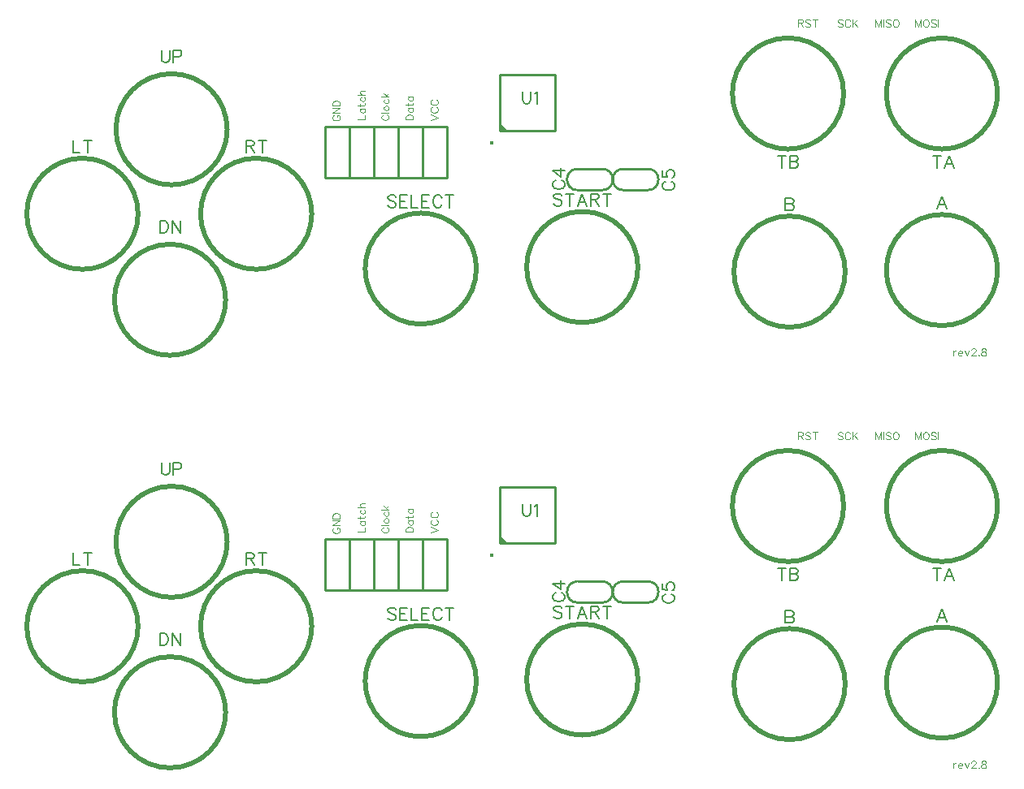
<source format=gto>
G04 DipTrace 3.3.1.3*
G04 top_silk_dendy_gamepad_Remastered_rev2.8.gto*
%MOMM*%
G04 #@! TF.FileFunction,Legend,Top*
G04 #@! TF.Part,Single*
%ADD10C,0.25*%
%ADD14C,0.5*%
%ADD21C,0.11767*%
%ADD29O,0.42013X0.41691*%
%ADD52C,0.19608*%
%FSLAX35Y35*%
G04*
G71*
G90*
G75*
G01*
G04 TopSilk*
%LPD*%
X10668830Y2651087D2*
D14*
G02X10668830Y2651087I0J-579437D01*
G01*
X9081263Y1476340D2*
G02X9081263Y1476340I0J579437D01*
G01*
X7128133Y3127462D2*
D10*
X6874101D1*
X7128133Y2905212D2*
X6874101D1*
Y3127462D2*
G03X6874101Y2905212I16J-111125D01*
G01*
X7128133D2*
G03X7128133Y3127462I-16J111125D01*
G01*
X7604436Y3127482D2*
X7350404D1*
X7604436Y2905232D2*
X7350404D1*
Y3127482D2*
G03X7350404Y2905232I16J-111125D01*
G01*
X7604436D2*
G03X7604436Y3127482I-16J111125D01*
G01*
X2047913Y1762007D2*
D14*
G02X2047913Y1762007I579437J0D01*
G01*
X1714390Y3238523D2*
G02X1714390Y3238523I0J-579437D01*
G01*
X3524430Y2079653D2*
G02X3524430Y2079653I0J579437D01*
G01*
X5239110Y1508093D2*
G02X5239110Y1508093I0J579437D01*
G01*
X6921937Y2682840D2*
G02X6921937Y2682840I0J-579437D01*
G01*
X10668830Y4492780D2*
G02X10668830Y4492780I0J-579437D01*
G01*
X9065287D2*
G02X9065287Y4492780I0J-579437D01*
G01*
X6059677Y3527380D2*
D10*
Y4107413D1*
X6639710D1*
Y3527380D1*
X6059677D1*
D29*
X5980582Y3396251D3*
G36*
X6059677Y3527380D2*
X6139630D1*
X6059677Y3607440D1*
Y3527380D1*
G37*
X3222660Y3540293D2*
D14*
G02X3222660Y3540293I-579437J0D01*
G01*
X4238837Y3572020D2*
D10*
X5508970D1*
Y3032213D1*
X4238837D1*
Y3572020D1*
X4492863D2*
Y3032213D1*
X4746890Y3572020D2*
Y3032213D1*
X5000917Y3572020D2*
Y3032213D1*
X5254943Y3572020D2*
Y3048090D1*
X10785677Y1228730D2*
D21*
Y1177687D1*
Y1206830D2*
X10789383Y1217780D1*
X10796627Y1225107D1*
X10803953Y1228730D1*
X10814903D1*
X10838433Y1206830D2*
X10882150D1*
Y1214157D1*
X10878527Y1221487D1*
X10874907Y1225107D1*
X10867577Y1228730D1*
X10856627D1*
X10849383Y1225107D1*
X10842057Y1217780D1*
X10838433Y1206830D1*
Y1199587D1*
X10842057Y1188637D1*
X10849383Y1181393D1*
X10856627Y1177687D1*
X10867577D1*
X10874907Y1181393D1*
X10882150Y1188637D1*
X10905680Y1228730D2*
X10927577Y1177687D1*
X10949393Y1228730D1*
X10976630Y1235973D2*
Y1239597D1*
X10980250Y1246923D1*
X10983873Y1250547D1*
X10991200Y1254167D1*
X11005773D1*
X11013017Y1250547D1*
X11016640Y1246923D1*
X11020347Y1239597D1*
Y1232353D1*
X11016640Y1225023D1*
X11009397Y1214157D1*
X10972923Y1177687D1*
X11023967D1*
X11051120Y1185013D2*
X11047497Y1181307D1*
X11051120Y1177687D1*
X11054827Y1181307D1*
X11051120Y1185013D1*
X11096547Y1254167D2*
X11085683Y1250547D1*
X11081977Y1243303D1*
Y1235973D1*
X11085683Y1228730D1*
X11092927Y1225023D1*
X11107497Y1221403D1*
X11118447Y1217780D1*
X11125693Y1210453D1*
X11129313Y1203207D1*
Y1192257D1*
X11125693Y1185013D1*
X11122070Y1181307D1*
X11111120Y1177687D1*
X11096547D1*
X11085683Y1181307D1*
X11081977Y1185013D1*
X11078353Y1192257D1*
Y1203207D1*
X11081977Y1210453D1*
X11089303Y1217780D1*
X11100170Y1221403D1*
X11114743Y1225023D1*
X11122070Y1228730D1*
X11125693Y1235973D1*
Y1243303D1*
X11122070Y1250547D1*
X11111120Y1254167D1*
X11096547D1*
X10717473Y2709464D2*
D52*
X10668760Y2837073D1*
X10620187Y2709464D1*
X10638437Y2752000D2*
X10699223D1*
X9038727Y2821200D2*
Y2693590D1*
X9093477D1*
X9111727Y2699767D1*
X9117763Y2705804D1*
X9123800Y2717877D1*
Y2736127D1*
X9117763Y2748340D1*
X9111727Y2754377D1*
X9093477Y2760413D1*
X9111727Y2766590D1*
X9117763Y2772627D1*
X9123800Y2784700D1*
Y2796913D1*
X9117763Y2808986D1*
X9111727Y2815163D1*
X9093477Y2821200D1*
X9038727D1*
Y2760413D2*
X9093477D1*
X6643442Y3007212D2*
X6631369Y3001176D1*
X6619155Y2988962D1*
X6613118Y2976889D1*
Y2952603D1*
X6619155Y2940389D1*
X6631368Y2928316D1*
X6643441Y2922139D1*
X6661691Y2916103D1*
X6692155D1*
X6710265Y2922139D1*
X6722478Y2928316D1*
X6734551Y2940389D1*
X6740728Y2952603D1*
Y2976889D1*
X6734551Y2988962D1*
X6722478Y3001176D1*
X6710265Y3007212D1*
X6740728Y3107214D2*
X6613259Y3107215D1*
X6698192Y3046428D1*
Y3137538D1*
X7786565Y2994374D2*
X7774492Y2988337D1*
X7762278Y2976124D1*
X7756242Y2964051D1*
Y2939764D1*
X7762278Y2927551D1*
X7774492Y2915478D1*
X7786565Y2909301D1*
X7804815Y2903264D1*
X7835278D1*
X7853388Y2909301D1*
X7865601Y2915478D1*
X7877675Y2927551D1*
X7883851Y2939764D1*
Y2964051D1*
X7877675Y2976124D1*
X7865601Y2988337D1*
X7853388Y2994374D1*
X7756382Y3106449D2*
Y3045803D1*
X7810992Y3039767D1*
X7804955Y3045803D1*
X7798778Y3064053D1*
Y3082163D1*
X7804955Y3100413D1*
X7817028Y3112626D1*
X7835278Y3118663D1*
X7847351D1*
X7865601Y3112626D1*
X7877815Y3100413D1*
X7883851Y3082163D1*
Y3064053D1*
X7877815Y3045803D1*
X7871638Y3039766D1*
X7859565Y3033590D1*
X2522669Y2587743D2*
Y2460134D1*
X2565206D1*
X2583456Y2466311D1*
X2595669Y2478384D1*
X2601706Y2490597D1*
X2607742Y2508707D1*
Y2539170D1*
X2601706Y2557420D1*
X2595669Y2569493D1*
X2583456Y2581707D1*
X2565206Y2587743D1*
X2522669D1*
X2732031D2*
Y2460134D1*
X2646958Y2587743D1*
Y2460134D1*
X1615816Y3424510D2*
Y3296900D1*
X1688675D1*
X1770428Y3424510D2*
Y3296900D1*
X1727891Y3424510D2*
X1812964D1*
X3419749Y3363727D2*
X3474359D1*
X3492609Y3369904D1*
X3498786Y3375940D1*
X3504822Y3388013D1*
Y3400227D1*
X3498786Y3412300D1*
X3492609Y3418477D1*
X3474359Y3424513D1*
X3419749D1*
Y3296904D1*
X3462286Y3363727D2*
X3504822Y3296904D1*
X3586574Y3424513D2*
Y3296904D1*
X3544038Y3424513D2*
X3629111D1*
X4980190Y2834703D2*
X4968117Y2846917D1*
X4949867Y2852953D1*
X4925580D1*
X4907330Y2846917D1*
X4895117Y2834703D1*
Y2822630D1*
X4901294Y2810417D1*
X4907330Y2804380D1*
X4919403Y2798344D1*
X4955903Y2786130D1*
X4968117Y2780094D1*
X4974153Y2773917D1*
X4980190Y2761844D1*
Y2743594D1*
X4968117Y2731521D1*
X4949867Y2725344D1*
X4925580D1*
X4907330Y2731521D1*
X4895117Y2743594D1*
X5098302Y2852953D2*
X5019406D1*
Y2725344D1*
X5098302D1*
X5019406Y2792167D2*
X5067979D1*
X5137518Y2852953D2*
Y2725344D1*
X5210377D1*
X5328489Y2852953D2*
X5249593D1*
Y2725344D1*
X5328489D1*
X5249593Y2792167D2*
X5298166D1*
X5458814Y2822630D2*
X5452778Y2834703D1*
X5440564Y2846917D1*
X5428491Y2852953D1*
X5404205D1*
X5391991Y2846917D1*
X5379918Y2834703D1*
X5373741Y2822630D1*
X5367705Y2804380D1*
Y2773917D1*
X5373741Y2755807D1*
X5379918Y2743594D1*
X5391991Y2731521D1*
X5404205Y2725344D1*
X5428491D1*
X5440564Y2731521D1*
X5452778Y2743594D1*
X5458814Y2755807D1*
X5540567Y2852953D2*
Y2725344D1*
X5498030Y2852953D2*
X5583103D1*
X6709789Y2850577D2*
X6697716Y2862790D1*
X6679466Y2868827D1*
X6655179D1*
X6636929Y2862790D1*
X6624716Y2850577D1*
Y2838504D1*
X6630893Y2826290D1*
X6636929Y2820254D1*
X6649002Y2814217D1*
X6685502Y2802004D1*
X6697716Y2795967D1*
X6703752Y2789790D1*
X6709789Y2777717D1*
Y2759467D1*
X6697716Y2747394D1*
X6679466Y2741217D1*
X6655179D1*
X6636929Y2747394D1*
X6624716Y2759467D1*
X6791541Y2868827D2*
Y2741217D1*
X6749005Y2868827D2*
X6834078D1*
X6970580Y2741217D2*
X6921866Y2868827D1*
X6873293Y2741217D1*
X6891543Y2783754D2*
X6952330D1*
X7009796Y2808040D2*
X7064405D1*
X7082655Y2814217D1*
X7088832Y2820254D1*
X7094869Y2832327D1*
Y2844540D1*
X7088832Y2856613D1*
X7082655Y2862790D1*
X7064405Y2868827D1*
X7009796D1*
Y2741217D1*
X7052332Y2808040D2*
X7094869Y2741217D1*
X7176621Y2868827D2*
Y2741217D1*
X7134084Y2868827D2*
X7219157D1*
X10616456Y3265743D2*
Y3138134D1*
X10573919Y3265743D2*
X10658992D1*
X10795494Y3138134D2*
X10746781Y3265743D1*
X10698208Y3138134D1*
X10716458Y3180670D2*
X10777244D1*
X9003142Y3265743D2*
Y3138134D1*
X8960606Y3265743D2*
X9045679D1*
X9084895D2*
Y3138134D1*
X9139645D1*
X9157895Y3144311D1*
X9163931Y3150347D1*
X9169968Y3162420D1*
Y3180670D1*
X9163931Y3192884D1*
X9157895Y3198920D1*
X9139645Y3204957D1*
X9157895Y3211134D1*
X9163931Y3217170D1*
X9169968Y3229243D1*
Y3241457D1*
X9163931Y3253530D1*
X9157895Y3259707D1*
X9139645Y3265743D1*
X9084895D1*
Y3204957D2*
X9139645D1*
X6299034Y3935947D2*
Y3844837D1*
X6305070Y3826587D1*
X6317284Y3814514D1*
X6335534Y3808337D1*
X6347607D1*
X6365857Y3814514D1*
X6378070Y3826587D1*
X6384107Y3844837D1*
Y3935947D1*
X6423323Y3911520D2*
X6435536Y3917697D1*
X6453786Y3935806D1*
Y3808337D1*
X2538542Y4366030D2*
Y4274920D1*
X2544579Y4256670D1*
X2556792Y4244597D1*
X2575042Y4238420D1*
X2587115D1*
X2605365Y4244597D1*
X2617579Y4256670D1*
X2623615Y4274920D1*
Y4366030D1*
X2662831Y4299207D2*
X2717581D1*
X2735691Y4305243D1*
X2741868Y4311420D1*
X2747904Y4323493D1*
Y4341743D1*
X2741868Y4353816D1*
X2735691Y4359993D1*
X2717581Y4366030D1*
X2662831D1*
Y4238420D1*
X5341168Y3634113D2*
D21*
X5417734Y3663256D1*
X5341169Y3692400D1*
X5359362Y3770595D2*
X5352119Y3766973D1*
X5344790Y3759645D1*
X5341169Y3752402D1*
Y3737830D1*
X5344790Y3730502D1*
X5352119Y3723258D1*
X5359362Y3719552D1*
X5370312Y3715930D1*
X5388590D1*
X5399456Y3719551D1*
X5406784Y3723258D1*
X5414028Y3730501D1*
X5417734Y3737829D1*
Y3752401D1*
X5414028Y3759645D1*
X5406784Y3766973D1*
X5399456Y3770595D1*
X5359362Y3848790D2*
X5352119Y3845169D1*
X5344790Y3837840D1*
X5341169Y3830597D1*
Y3816025D1*
X5344790Y3808697D1*
X5352119Y3801453D1*
X5359362Y3797747D1*
X5370312Y3794125D1*
X5388590D1*
X5399456Y3797747D1*
X5406784Y3801453D1*
X5414028Y3808697D1*
X5417734Y3816025D1*
Y3830597D1*
X5414028Y3837840D1*
X5406784Y3845168D1*
X5399456Y3848790D1*
X5083032Y3641953D2*
X5159597D1*
X5159598Y3667474D1*
X5155891Y3678424D1*
X5148648Y3685753D1*
X5141320Y3689374D1*
X5130454Y3692996D1*
X5112176D1*
X5101226Y3689375D1*
X5093982Y3685753D1*
X5086654Y3678425D1*
X5083032Y3667475D1*
Y3641953D1*
X5108554Y3760241D2*
X5159598D1*
X5119504D2*
X5112176Y3752998D1*
X5108554Y3745670D1*
Y3734804D1*
X5112176Y3727476D1*
X5119504Y3720232D1*
X5130454Y3716526D1*
X5137698D1*
X5148648Y3720232D1*
X5155891Y3727476D1*
X5159598Y3734804D1*
Y3745669D1*
X5155891Y3752998D1*
X5148648Y3760241D1*
X5083032Y3794721D2*
X5145026D1*
X5155891Y3798343D1*
X5159598Y3805671D1*
Y3812915D1*
X5108554Y3783771D2*
Y3809293D1*
Y3880160D2*
X5159598D1*
X5119504D2*
X5112176Y3872916D1*
X5108554Y3865588D1*
Y3854722D1*
X5112176Y3847394D1*
X5119504Y3840150D1*
X5130454Y3836444D1*
X5137698D1*
X5148648Y3840150D1*
X5155891Y3847394D1*
X5159598Y3854722D1*
Y3865588D1*
X5155891Y3872916D1*
X5148648Y3880160D1*
X4848536Y3691552D2*
X4841292Y3687930D1*
X4833964Y3680602D1*
X4830342Y3673358D1*
Y3658786D1*
X4833964Y3651458D1*
X4841292Y3644214D1*
X4848536Y3640508D1*
X4859486Y3636886D1*
X4877764D1*
X4888629Y3640508D1*
X4895958Y3644214D1*
X4903201Y3651458D1*
X4906908Y3658786D1*
Y3673358D1*
X4903201Y3680602D1*
X4895958Y3687930D1*
X4888630Y3691552D1*
X4830342Y3715081D2*
X4906908D1*
X4855864Y3756804D2*
X4859486Y3749560D1*
X4866814Y3742232D1*
X4877764Y3738610D1*
X4885008D1*
X4895958Y3742232D1*
X4903201Y3749560D1*
X4906908Y3756804D1*
Y3767754D1*
X4903201Y3775082D1*
X4895958Y3782326D1*
X4885008Y3786032D1*
X4877764D1*
X4866814Y3782326D1*
X4859486Y3775082D1*
X4855864Y3767754D1*
Y3756804D1*
X4866814Y3853362D2*
X4859486Y3846034D1*
X4855864Y3838706D1*
Y3827840D1*
X4859486Y3820512D1*
X4866814Y3813268D1*
X4877764Y3809562D1*
X4885008D1*
X4895958Y3813268D1*
X4903201Y3820512D1*
X4906908Y3827840D1*
Y3838705D1*
X4903201Y3846034D1*
X4895958Y3853362D1*
X4830342Y3876891D2*
X4906908D1*
X4855864Y3913363D2*
X4892336Y3876891D1*
X4877764Y3891463D2*
X4906908Y3916985D1*
X4337822Y3686895D2*
X4330579Y3683273D1*
X4323250Y3675945D1*
X4319628Y3668701D1*
Y3654129D1*
X4323250Y3646801D1*
X4330578Y3639557D1*
X4337822Y3635851D1*
X4348772Y3632229D1*
X4367050D1*
X4377916Y3635851D1*
X4385244Y3639557D1*
X4392488Y3646801D1*
X4396194Y3654129D1*
Y3668701D1*
X4392488Y3675945D1*
X4385244Y3683273D1*
X4377916Y3686895D1*
X4367050D1*
Y3668701D1*
X4319629Y3761468D2*
X4396194D1*
X4319629Y3710424D1*
X4396194D1*
X4319629Y3784998D2*
X4396194Y3784997D1*
Y3810519D1*
X4392488Y3821469D1*
X4385244Y3828797D1*
X4377916Y3832419D1*
X4367050Y3836041D1*
X4348772D1*
X4337822Y3832419D1*
X4330579Y3828798D1*
X4323250Y3821469D1*
X4319629Y3810519D1*
Y3784998D1*
X4583558Y3645519D2*
X4660124D1*
Y3689235D1*
X4609080Y3756480D2*
X4660124D1*
X4620030D2*
X4612702Y3749236D1*
X4609080Y3741908D1*
Y3731042D1*
X4612702Y3723714D1*
X4620030Y3716471D1*
X4630980Y3712764D1*
X4638224D1*
X4649174Y3716470D1*
X4656418Y3723714D1*
X4660124Y3731042D1*
Y3741908D1*
X4656418Y3749236D1*
X4649174Y3756480D1*
X4583559Y3790959D2*
X4645552D1*
X4656418Y3794581D1*
X4660124Y3801909D1*
Y3809153D1*
X4609080Y3780009D2*
Y3805531D1*
X4620030Y3876483D2*
X4612702Y3869155D1*
X4609080Y3861827D1*
Y3850961D1*
X4612702Y3843633D1*
X4620030Y3836389D1*
X4630980Y3832683D1*
X4638224D1*
X4649174Y3836389D1*
X4656418Y3843633D1*
X4660124Y3850961D1*
Y3861826D1*
X4656418Y3869155D1*
X4649174Y3876483D1*
X4583558Y3900012D2*
X4660124D1*
X4623652D2*
X4612702Y3910962D1*
X4609080Y3918290D1*
Y3929240D1*
X4612702Y3936484D1*
X4623652Y3940106D1*
X4660124D1*
X9633673Y4674135D2*
X9626429Y4681463D1*
X9615479Y4685085D1*
X9600907D1*
X9589957Y4681463D1*
X9582629Y4674135D1*
Y4666891D1*
X9586335Y4659563D1*
X9589957Y4655941D1*
X9597201Y4652319D1*
X9619101Y4644991D1*
X9626429Y4641369D1*
X9630051Y4637663D1*
X9633673Y4630419D1*
Y4619469D1*
X9626429Y4612225D1*
X9615479Y4608519D1*
X9600907D1*
X9589957Y4612225D1*
X9582629Y4619469D1*
X9711868Y4666891D2*
X9708246Y4674135D1*
X9700918Y4681463D1*
X9693674Y4685085D1*
X9679102D1*
X9671774Y4681463D1*
X9664530Y4674135D1*
X9660824Y4666891D1*
X9657202Y4655941D1*
Y4637663D1*
X9660824Y4626797D1*
X9664530Y4619469D1*
X9671774Y4612225D1*
X9679102Y4608519D1*
X9693674D1*
X9700918Y4612225D1*
X9708246Y4619469D1*
X9711868Y4626797D1*
X9735397Y4685085D2*
Y4608519D1*
X9786441Y4685085D2*
X9735397Y4634041D1*
X9753591Y4652319D2*
X9786441Y4608519D1*
X10449307D2*
Y4685085D1*
X10420163Y4608519D1*
X10391019Y4685085D1*
Y4608519D1*
X10494736Y4685085D2*
X10487408Y4681463D1*
X10480164Y4674135D1*
X10476458Y4666891D1*
X10472836Y4655941D1*
Y4637663D1*
X10476458Y4626797D1*
X10480164Y4619469D1*
X10487408Y4612225D1*
X10494736Y4608519D1*
X10509308D1*
X10516552Y4612225D1*
X10523880Y4619469D1*
X10527502Y4626797D1*
X10531124Y4637663D1*
Y4655941D1*
X10527502Y4666891D1*
X10523880Y4674135D1*
X10516552Y4681463D1*
X10509308Y4685085D1*
X10494736D1*
X10605697Y4674135D2*
X10598453Y4681463D1*
X10587503Y4685085D1*
X10572931D1*
X10561981Y4681463D1*
X10554653Y4674135D1*
Y4666891D1*
X10558359Y4659563D1*
X10561981Y4655941D1*
X10569225Y4652319D1*
X10591125Y4644991D1*
X10598453Y4641369D1*
X10602075Y4637663D1*
X10605697Y4630419D1*
Y4619469D1*
X10598453Y4612225D1*
X10587503Y4608519D1*
X10572931D1*
X10561981Y4612225D1*
X10554653Y4619469D1*
X10629226Y4685085D2*
Y4608519D1*
X10036513D2*
Y4685085D1*
X10007370Y4608519D1*
X9978226Y4685085D1*
Y4608519D1*
X10060043Y4685085D2*
Y4608519D1*
X10134616Y4674135D2*
X10127372Y4681463D1*
X10116422Y4685085D1*
X10101850D1*
X10090900Y4681463D1*
X10083572Y4674135D1*
Y4666891D1*
X10087278Y4659563D1*
X10090900Y4655941D1*
X10098144Y4652319D1*
X10120044Y4644991D1*
X10127372Y4641369D1*
X10130994Y4637663D1*
X10134616Y4630419D1*
Y4619469D1*
X10127372Y4612225D1*
X10116422Y4608519D1*
X10101850D1*
X10090900Y4612225D1*
X10083572Y4619469D1*
X10180045Y4685085D2*
X10172717Y4681463D1*
X10165474Y4674135D1*
X10161767Y4666891D1*
X10158145Y4655941D1*
Y4637663D1*
X10161767Y4626797D1*
X10165474Y4619469D1*
X10172717Y4612225D1*
X10180045Y4608519D1*
X10194617D1*
X10201861Y4612225D1*
X10209189Y4619469D1*
X10212811Y4626797D1*
X10216433Y4637663D1*
Y4655941D1*
X10212811Y4666891D1*
X10209189Y4674135D1*
X10201861Y4681463D1*
X10194617Y4685085D1*
X10180045D1*
X9169832Y4648593D2*
X9202598D1*
X9213548Y4652299D1*
X9217254Y4655921D1*
X9220876Y4663165D1*
Y4670493D1*
X9217254Y4677737D1*
X9213548Y4681443D1*
X9202598Y4685065D1*
X9169832D1*
Y4608499D1*
X9195354Y4648593D2*
X9220876Y4608499D1*
X9295449Y4674115D2*
X9288206Y4681443D1*
X9277256Y4685065D1*
X9262684D1*
X9251734Y4681443D1*
X9244406Y4674115D1*
Y4666871D1*
X9248112Y4659543D1*
X9251734Y4655921D1*
X9258978Y4652299D1*
X9280878Y4644971D1*
X9288206Y4641349D1*
X9291828Y4637643D1*
X9295449Y4630399D1*
Y4619449D1*
X9288206Y4612205D1*
X9277256Y4608499D1*
X9262684D1*
X9251734Y4612205D1*
X9244406Y4619449D1*
X9344501Y4685065D2*
Y4608499D1*
X9318979Y4685065D2*
X9370023D1*
X10668830Y6953683D2*
D14*
G02X10668830Y6953683I0J-579437D01*
G01*
X9081263Y5778937D2*
G02X9081263Y5778937I0J579437D01*
G01*
X7128133Y7430058D2*
D10*
X6874101D1*
X7128133Y7207808D2*
X6874101D1*
Y7430058D2*
G03X6874101Y7207808I16J-111125D01*
G01*
X7128133D2*
G03X7128133Y7430058I-16J111125D01*
G01*
X7604436Y7430078D2*
X7350404D1*
X7604436Y7207828D2*
X7350404D1*
Y7430078D2*
G03X7350404Y7207828I16J-111125D01*
G01*
X7604436D2*
G03X7604436Y7430078I-16J111125D01*
G01*
X2047913Y6064603D2*
D14*
G02X2047913Y6064603I579437J0D01*
G01*
X1714390Y7541120D2*
G02X1714390Y7541120I0J-579437D01*
G01*
X3524430Y6382250D2*
G02X3524430Y6382250I0J579437D01*
G01*
X5239110Y5810690D2*
G02X5239110Y5810690I0J579437D01*
G01*
X6921937Y6985437D2*
G02X6921937Y6985437I0J-579437D01*
G01*
X10668830Y8795377D2*
G02X10668830Y8795377I0J-579437D01*
G01*
X9065287D2*
G02X9065287Y8795377I0J-579437D01*
G01*
X6059677Y7829977D2*
D10*
Y8410010D1*
X6639710D1*
Y7829977D1*
X6059677D1*
D29*
X5980582Y7698848D3*
G36*
X6059677Y7829977D2*
X6139630D1*
X6059677Y7910037D1*
Y7829977D1*
G37*
X3222660Y7842890D2*
D14*
G02X3222660Y7842890I-579437J0D01*
G01*
X4238837Y7874617D2*
D10*
X5508970D1*
Y7334810D1*
X4238837D1*
Y7874617D1*
X4492863D2*
Y7334810D1*
X4746890Y7874617D2*
Y7334810D1*
X5000917Y7874617D2*
Y7334810D1*
X5254943Y7874617D2*
Y7350687D1*
X10785677Y5531327D2*
D21*
Y5480283D1*
Y5509427D2*
X10789383Y5520377D1*
X10796627Y5527703D1*
X10803953Y5531327D1*
X10814903D1*
X10838433Y5509427D2*
X10882150D1*
Y5516753D1*
X10878527Y5524083D1*
X10874907Y5527703D1*
X10867577Y5531327D1*
X10856627D1*
X10849383Y5527703D1*
X10842057Y5520377D1*
X10838433Y5509427D1*
Y5502183D1*
X10842057Y5491233D1*
X10849383Y5483990D1*
X10856627Y5480283D1*
X10867577D1*
X10874907Y5483990D1*
X10882150Y5491233D1*
X10905680Y5531327D2*
X10927577Y5480283D1*
X10949393Y5531327D1*
X10976630Y5538570D2*
Y5542193D1*
X10980250Y5549520D1*
X10983873Y5553143D1*
X10991200Y5556763D1*
X11005773D1*
X11013017Y5553143D1*
X11016640Y5549520D1*
X11020347Y5542193D1*
Y5534950D1*
X11016640Y5527620D1*
X11009397Y5516753D1*
X10972923Y5480283D1*
X11023967D1*
X11051120Y5487610D2*
X11047497Y5483903D1*
X11051120Y5480283D1*
X11054827Y5483903D1*
X11051120Y5487610D1*
X11096547Y5556763D2*
X11085683Y5553143D1*
X11081977Y5545900D1*
Y5538570D1*
X11085683Y5531327D1*
X11092927Y5527620D1*
X11107497Y5524000D1*
X11118447Y5520377D1*
X11125693Y5513050D1*
X11129313Y5505803D1*
Y5494853D1*
X11125693Y5487610D1*
X11122070Y5483903D1*
X11111120Y5480283D1*
X11096547D1*
X11085683Y5483903D1*
X11081977Y5487610D1*
X11078353Y5494853D1*
Y5505803D1*
X11081977Y5513050D1*
X11089303Y5520377D1*
X11100170Y5524000D1*
X11114743Y5527620D1*
X11122070Y5531327D1*
X11125693Y5538570D1*
Y5545900D1*
X11122070Y5553143D1*
X11111120Y5556763D1*
X11096547D1*
X10717473Y7012060D2*
D52*
X10668760Y7139670D1*
X10620187Y7012060D1*
X10638437Y7054597D2*
X10699223D1*
X9038727Y7123797D2*
Y6996187D1*
X9093477D1*
X9111727Y7002364D1*
X9117763Y7008400D1*
X9123800Y7020474D1*
Y7038724D1*
X9117763Y7050937D1*
X9111727Y7056974D1*
X9093477Y7063010D1*
X9111727Y7069187D1*
X9117763Y7075224D1*
X9123800Y7087297D1*
Y7099510D1*
X9117763Y7111583D1*
X9111727Y7117760D1*
X9093477Y7123797D1*
X9038727D1*
Y7063010D2*
X9093477D1*
X6643442Y7309809D2*
X6631369Y7303773D1*
X6619155Y7291559D1*
X6613118Y7279486D1*
Y7255200D1*
X6619155Y7242986D1*
X6631368Y7230913D1*
X6643441Y7224736D1*
X6661691Y7218700D1*
X6692155D1*
X6710265Y7224736D1*
X6722478Y7230913D1*
X6734551Y7242986D1*
X6740728Y7255199D1*
Y7279486D1*
X6734551Y7291559D1*
X6722478Y7303772D1*
X6710265Y7309809D1*
X6740728Y7409811D2*
X6613259D1*
X6698192Y7349025D1*
Y7440134D1*
X7786565Y7296971D2*
X7774492Y7290934D1*
X7762278Y7278721D1*
X7756242Y7266648D1*
Y7242361D1*
X7762278Y7230148D1*
X7774492Y7218075D1*
X7786565Y7211898D1*
X7804815Y7205861D1*
X7835278D1*
X7853388Y7211898D1*
X7865601Y7218075D1*
X7877675Y7230148D1*
X7883851Y7242361D1*
Y7266647D1*
X7877675Y7278721D1*
X7865601Y7290934D1*
X7853388Y7296971D1*
X7756382Y7409046D2*
Y7348400D1*
X7810992Y7342363D1*
X7804955Y7348400D1*
X7798778Y7366650D1*
Y7384759D1*
X7804955Y7403009D1*
X7817028Y7415223D1*
X7835278Y7421259D1*
X7847351D1*
X7865601Y7415223D1*
X7877815Y7403009D1*
X7883851Y7384759D1*
Y7366650D1*
X7877815Y7348400D1*
X7871638Y7342363D1*
X7859565Y7336186D1*
X2522669Y6890340D2*
Y6762730D1*
X2565206D1*
X2583456Y6768907D1*
X2595669Y6780980D1*
X2601706Y6793194D1*
X2607742Y6811303D1*
Y6841767D1*
X2601706Y6860017D1*
X2595669Y6872090D1*
X2583456Y6884303D1*
X2565206Y6890340D1*
X2522669D1*
X2732031D2*
Y6762730D1*
X2646958Y6890340D1*
Y6762730D1*
X1615816Y7727107D2*
Y7599497D1*
X1688675D1*
X1770428Y7727107D2*
Y7599497D1*
X1727891Y7727107D2*
X1812964D1*
X3419749Y7666323D2*
X3474359D1*
X3492609Y7672500D1*
X3498786Y7678537D1*
X3504822Y7690610D1*
Y7702823D1*
X3498786Y7714896D1*
X3492609Y7721073D1*
X3474359Y7727110D1*
X3419749D1*
Y7599500D1*
X3462286Y7666323D2*
X3504822Y7599500D1*
X3586574Y7727110D2*
Y7599500D1*
X3544038Y7727110D2*
X3629111D1*
X4980190Y7137300D2*
X4968117Y7149513D1*
X4949867Y7155550D1*
X4925580D1*
X4907330Y7149513D1*
X4895117Y7137300D1*
Y7125227D1*
X4901294Y7113013D1*
X4907330Y7106977D1*
X4919403Y7100940D1*
X4955903Y7088727D1*
X4968117Y7082690D1*
X4974153Y7076513D1*
X4980190Y7064440D1*
Y7046190D1*
X4968117Y7034117D1*
X4949867Y7027940D1*
X4925580D1*
X4907330Y7034117D1*
X4895117Y7046190D1*
X5098302Y7155550D2*
X5019406D1*
Y7027940D1*
X5098302D1*
X5019406Y7094763D2*
X5067979D1*
X5137518Y7155550D2*
Y7027940D1*
X5210377D1*
X5328489Y7155550D2*
X5249593D1*
Y7027940D1*
X5328489D1*
X5249593Y7094763D2*
X5298166D1*
X5458814Y7125227D2*
X5452778Y7137300D1*
X5440564Y7149513D1*
X5428491Y7155550D1*
X5404205D1*
X5391991Y7149513D1*
X5379918Y7137300D1*
X5373741Y7125227D1*
X5367705Y7106977D1*
Y7076513D1*
X5373741Y7058404D1*
X5379918Y7046190D1*
X5391991Y7034117D1*
X5404205Y7027940D1*
X5428491D1*
X5440564Y7034117D1*
X5452778Y7046190D1*
X5458814Y7058404D1*
X5540567Y7155550D2*
Y7027940D1*
X5498030Y7155550D2*
X5583103D1*
X6709789Y7153173D2*
X6697716Y7165387D1*
X6679466Y7171423D1*
X6655179D1*
X6636929Y7165387D1*
X6624716Y7153173D1*
Y7141100D1*
X6630893Y7128887D1*
X6636929Y7122850D1*
X6649002Y7116814D1*
X6685502Y7104600D1*
X6697716Y7098564D1*
X6703752Y7092387D1*
X6709789Y7080314D1*
Y7062064D1*
X6697716Y7049991D1*
X6679466Y7043814D1*
X6655179D1*
X6636929Y7049991D1*
X6624716Y7062064D1*
X6791541Y7171423D2*
Y7043814D1*
X6749005Y7171423D2*
X6834078D1*
X6970580Y7043814D2*
X6921866Y7171423D1*
X6873293Y7043814D1*
X6891543Y7086350D2*
X6952330D1*
X7009796Y7110637D2*
X7064405D1*
X7082655Y7116814D1*
X7088832Y7122850D1*
X7094869Y7134923D1*
Y7147137D1*
X7088832Y7159210D1*
X7082655Y7165387D1*
X7064405Y7171423D1*
X7009796D1*
Y7043814D1*
X7052332Y7110637D2*
X7094869Y7043814D1*
X7176621Y7171423D2*
Y7043814D1*
X7134084Y7171423D2*
X7219157D1*
X10616456Y7568340D2*
Y7440730D1*
X10573919Y7568340D2*
X10658992D1*
X10795494Y7440730D2*
X10746781Y7568340D1*
X10698208Y7440730D1*
X10716458Y7483267D2*
X10777244D1*
X9003142Y7568340D2*
Y7440730D1*
X8960606Y7568340D2*
X9045679D1*
X9084895D2*
Y7440730D1*
X9139645D1*
X9157895Y7446907D1*
X9163931Y7452944D1*
X9169968Y7465017D1*
Y7483267D1*
X9163931Y7495480D1*
X9157895Y7501517D1*
X9139645Y7507553D1*
X9157895Y7513730D1*
X9163931Y7519767D1*
X9169968Y7531840D1*
Y7544053D1*
X9163931Y7556126D1*
X9157895Y7562303D1*
X9139645Y7568340D1*
X9084895D1*
Y7507553D2*
X9139645D1*
X6299034Y8238543D2*
Y8147434D1*
X6305070Y8129184D1*
X6317284Y8117111D1*
X6335534Y8110934D1*
X6347607D1*
X6365857Y8117111D1*
X6378070Y8129184D1*
X6384107Y8147434D1*
Y8238543D1*
X6423323Y8214116D2*
X6435536Y8220293D1*
X6453786Y8238403D1*
Y8110934D1*
X2538542Y8668627D2*
Y8577517D1*
X2544579Y8559267D1*
X2556792Y8547194D1*
X2575042Y8541017D1*
X2587115D1*
X2605365Y8547194D1*
X2617579Y8559267D1*
X2623615Y8577517D1*
Y8668627D1*
X2662831Y8601804D2*
X2717581D1*
X2735691Y8607840D1*
X2741868Y8614017D1*
X2747904Y8626090D1*
Y8644340D1*
X2741868Y8656413D1*
X2735691Y8662590D1*
X2717581Y8668627D1*
X2662831D1*
Y8541017D1*
X5341168Y7936709D2*
D21*
X5417734Y7965853D1*
X5341169Y7994997D1*
X5359362Y8073192D2*
X5352119Y8069570D1*
X5344790Y8062242D1*
X5341169Y8054998D1*
Y8040426D1*
X5344790Y8033098D1*
X5352119Y8025854D1*
X5359362Y8022148D1*
X5370312Y8018526D1*
X5388590D1*
X5399456Y8022148D1*
X5406784Y8025854D1*
X5414028Y8033098D1*
X5417734Y8040426D1*
Y8054998D1*
X5414028Y8062242D1*
X5406784Y8069570D1*
X5399456Y8073192D1*
X5359362Y8151387D2*
X5352119Y8147765D1*
X5344790Y8140437D1*
X5341169Y8133193D1*
Y8118621D1*
X5344790Y8111293D1*
X5352119Y8104049D1*
X5359362Y8100343D1*
X5370312Y8096721D1*
X5388590D1*
X5399456Y8100343D1*
X5406784Y8104049D1*
X5414028Y8111293D1*
X5417734Y8118621D1*
Y8133193D1*
X5414028Y8140437D1*
X5406784Y8147765D1*
X5399456Y8151387D1*
X5083032Y7944549D2*
X5159597D1*
X5159598Y7970071D1*
X5155891Y7981021D1*
X5148648Y7988349D1*
X5141320Y7991971D1*
X5130454Y7995593D1*
X5112176D1*
X5101226Y7991971D1*
X5093982Y7988349D1*
X5086654Y7981021D1*
X5083032Y7970071D1*
Y7944549D1*
X5108554Y8062838D2*
X5159598D1*
X5119504D2*
X5112176Y8055594D1*
X5108554Y8048266D1*
Y8037400D1*
X5112176Y8030072D1*
X5119504Y8022829D1*
X5130454Y8019122D1*
X5137698D1*
X5148648Y8022829D1*
X5155891Y8030072D1*
X5159598Y8037400D1*
Y8048266D1*
X5155891Y8055594D1*
X5148648Y8062838D1*
X5083032Y8097318D2*
X5145026Y8097317D1*
X5155891Y8100939D1*
X5159598Y8108267D1*
Y8115511D1*
X5108554Y8086368D2*
Y8111889D1*
Y8182757D2*
X5159598Y8182756D1*
X5119504Y8182757D2*
X5112176Y8175513D1*
X5108554Y8168185D1*
Y8157319D1*
X5112176Y8149991D1*
X5119504Y8142747D1*
X5130454Y8139041D1*
X5137698D1*
X5148648Y8142747D1*
X5155891Y8149991D1*
X5159598Y8157319D1*
Y8168185D1*
X5155891Y8175513D1*
X5148648Y8182756D1*
X4848536Y7994148D2*
X4841292Y7990526D1*
X4833964Y7983198D1*
X4830342Y7975955D1*
Y7961383D1*
X4833964Y7954055D1*
X4841292Y7946811D1*
X4848536Y7943105D1*
X4859486Y7939483D1*
X4877764D1*
X4888629Y7943105D1*
X4895958Y7946811D1*
X4903201Y7954055D1*
X4906908Y7961383D1*
Y7975954D1*
X4903201Y7983198D1*
X4895958Y7990526D1*
X4888630Y7994148D1*
X4830342Y8017678D2*
X4906908D1*
X4855864Y8059401D2*
X4859486Y8052157D1*
X4866814Y8044829D1*
X4877764Y8041207D1*
X4885008D1*
X4895958Y8044829D1*
X4903201Y8052157D1*
X4906908Y8059401D1*
Y8070351D1*
X4903201Y8077679D1*
X4895958Y8084923D1*
X4885008Y8088629D1*
X4877764D1*
X4866814Y8084923D1*
X4859486Y8077679D1*
X4855864Y8070351D1*
Y8059401D1*
X4866814Y8155958D2*
X4859486Y8148630D1*
X4855864Y8141302D1*
Y8130436D1*
X4859486Y8123108D1*
X4866814Y8115864D1*
X4877764Y8112158D1*
X4885008D1*
X4895958Y8115864D1*
X4903201Y8123108D1*
X4906908Y8130436D1*
Y8141302D1*
X4903201Y8148630D1*
X4895958Y8155958D1*
X4830342Y8179488D2*
X4906908D1*
X4855864Y8215960D2*
X4892336Y8179488D1*
X4877764Y8194060D2*
X4906908Y8219582D1*
X4337822Y7989492D2*
X4330579Y7985870D1*
X4323250Y7978542D1*
X4319628Y7971298D1*
Y7956726D1*
X4323250Y7949398D1*
X4330578Y7942154D1*
X4337822Y7938448D1*
X4348772Y7934826D1*
X4367050D1*
X4377916Y7938448D1*
X4385244Y7942154D1*
X4392488Y7949398D1*
X4396194Y7956726D1*
Y7971298D1*
X4392488Y7978542D1*
X4385244Y7985870D1*
X4377916Y7989492D1*
X4367050D1*
Y7971298D1*
X4319629Y8064065D2*
X4396194D1*
X4319629Y8013021D1*
X4396194D1*
X4319629Y8087594D2*
X4396194D1*
Y8113116D1*
X4392488Y8124066D1*
X4385244Y8131394D1*
X4377916Y8135016D1*
X4367050Y8138638D1*
X4348772D1*
X4337822Y8135016D1*
X4330579Y8131394D1*
X4323250Y8124066D1*
X4319629Y8113116D1*
Y8087594D1*
X4583558Y7948116D2*
X4660124D1*
Y7991832D1*
X4609080Y8059077D2*
X4660124D1*
X4620030D2*
X4612702Y8051833D1*
X4609080Y8044505D1*
Y8033639D1*
X4612702Y8026311D1*
X4620030Y8019067D1*
X4630980Y8015361D1*
X4638224D1*
X4649174Y8019067D1*
X4656418Y8026311D1*
X4660124Y8033639D1*
Y8044505D1*
X4656418Y8051833D1*
X4649174Y8059077D1*
X4583559Y8093556D2*
X4645552D1*
X4656418Y8097178D1*
X4660124Y8104506D1*
Y8111750D1*
X4609080Y8082606D2*
Y8108128D1*
X4620030Y8179079D2*
X4612702Y8171751D1*
X4609080Y8164423D1*
Y8153557D1*
X4612702Y8146229D1*
X4620030Y8138985D1*
X4630980Y8135279D1*
X4638224D1*
X4649174Y8138985D1*
X4656418Y8146229D1*
X4660124Y8153557D1*
Y8164423D1*
X4656418Y8171751D1*
X4649174Y8179079D1*
X4583558Y8202609D2*
X4660124D1*
X4623652D2*
X4612702Y8213559D1*
X4609080Y8220887D1*
Y8231837D1*
X4612702Y8239081D1*
X4623652Y8242703D1*
X4660124D1*
X9633673Y8976732D2*
X9626429Y8984060D1*
X9615479Y8987682D1*
X9600907D1*
X9589957Y8984060D1*
X9582629Y8976732D1*
Y8969488D1*
X9586335Y8962160D1*
X9589957Y8958538D1*
X9597201Y8954916D1*
X9619101Y8947588D1*
X9626429Y8943966D1*
X9630051Y8940260D1*
X9633673Y8933016D1*
Y8922066D1*
X9626429Y8914822D1*
X9615479Y8911116D1*
X9600907D1*
X9589957Y8914822D1*
X9582629Y8922066D1*
X9711868Y8969488D2*
X9708246Y8976732D1*
X9700918Y8984060D1*
X9693674Y8987682D1*
X9679102D1*
X9671774Y8984060D1*
X9664530Y8976732D1*
X9660824Y8969488D1*
X9657202Y8958538D1*
Y8940260D1*
X9660824Y8929394D1*
X9664530Y8922066D1*
X9671774Y8914822D1*
X9679102Y8911116D1*
X9693674D1*
X9700918Y8914822D1*
X9708246Y8922066D1*
X9711868Y8929394D1*
X9735397Y8987682D2*
Y8911116D1*
X9786441Y8987682D2*
X9735397Y8936638D1*
X9753591Y8954916D2*
X9786441Y8911116D1*
X10449307D2*
Y8987682D1*
X10420163Y8911116D1*
X10391019Y8987682D1*
Y8911116D1*
X10494736Y8987682D2*
X10487408Y8984060D1*
X10480164Y8976732D1*
X10476458Y8969488D1*
X10472836Y8958538D1*
Y8940260D1*
X10476458Y8929394D1*
X10480164Y8922066D1*
X10487408Y8914822D1*
X10494736Y8911116D1*
X10509308D1*
X10516552Y8914822D1*
X10523880Y8922066D1*
X10527502Y8929394D1*
X10531124Y8940260D1*
Y8958538D1*
X10527502Y8969488D1*
X10523880Y8976732D1*
X10516552Y8984060D1*
X10509308Y8987682D1*
X10494736D1*
X10605697Y8976732D2*
X10598453Y8984060D1*
X10587503Y8987682D1*
X10572931D1*
X10561981Y8984060D1*
X10554653Y8976732D1*
Y8969488D1*
X10558359Y8962160D1*
X10561981Y8958538D1*
X10569225Y8954916D1*
X10591125Y8947588D1*
X10598453Y8943966D1*
X10602075Y8940260D1*
X10605697Y8933016D1*
Y8922066D1*
X10598453Y8914822D1*
X10587503Y8911116D1*
X10572931D1*
X10561981Y8914822D1*
X10554653Y8922066D1*
X10629226Y8987682D2*
Y8911116D1*
X10036513D2*
Y8987682D1*
X10007370Y8911116D1*
X9978226Y8987682D1*
Y8911116D1*
X10060043Y8987682D2*
Y8911116D1*
X10134616Y8976732D2*
X10127372Y8984060D1*
X10116422Y8987682D1*
X10101850D1*
X10090900Y8984060D1*
X10083572Y8976732D1*
Y8969488D1*
X10087278Y8962160D1*
X10090900Y8958538D1*
X10098144Y8954916D1*
X10120044Y8947588D1*
X10127372Y8943966D1*
X10130994Y8940260D1*
X10134616Y8933016D1*
Y8922066D1*
X10127372Y8914822D1*
X10116422Y8911116D1*
X10101850D1*
X10090900Y8914822D1*
X10083572Y8922066D1*
X10180045Y8987682D2*
X10172717Y8984060D1*
X10165474Y8976732D1*
X10161767Y8969488D1*
X10158145Y8958538D1*
Y8940260D1*
X10161767Y8929394D1*
X10165474Y8922066D1*
X10172717Y8914822D1*
X10180045Y8911116D1*
X10194617D1*
X10201861Y8914822D1*
X10209189Y8922066D1*
X10212811Y8929394D1*
X10216433Y8940260D1*
Y8958538D1*
X10212811Y8969488D1*
X10209189Y8976732D1*
X10201861Y8984060D1*
X10194617Y8987682D1*
X10180045D1*
X9169832Y8951190D2*
X9202598D1*
X9213548Y8954896D1*
X9217254Y8958518D1*
X9220876Y8965762D1*
Y8973090D1*
X9217254Y8980334D1*
X9213548Y8984040D1*
X9202598Y8987662D1*
X9169832D1*
Y8911096D1*
X9195354Y8951190D2*
X9220876Y8911096D1*
X9295449Y8976712D2*
X9288206Y8984040D1*
X9277256Y8987662D1*
X9262684D1*
X9251734Y8984040D1*
X9244406Y8976712D1*
Y8969468D1*
X9248112Y8962140D1*
X9251734Y8958518D1*
X9258978Y8954896D1*
X9280878Y8947568D1*
X9288206Y8943946D1*
X9291828Y8940240D1*
X9295449Y8932996D1*
Y8922046D1*
X9288206Y8914802D1*
X9277256Y8911096D1*
X9262684D1*
X9251734Y8914802D1*
X9244406Y8922046D1*
X9344501Y8987662D2*
Y8911096D1*
X9318979Y8987662D2*
X9370023D1*
M02*

</source>
